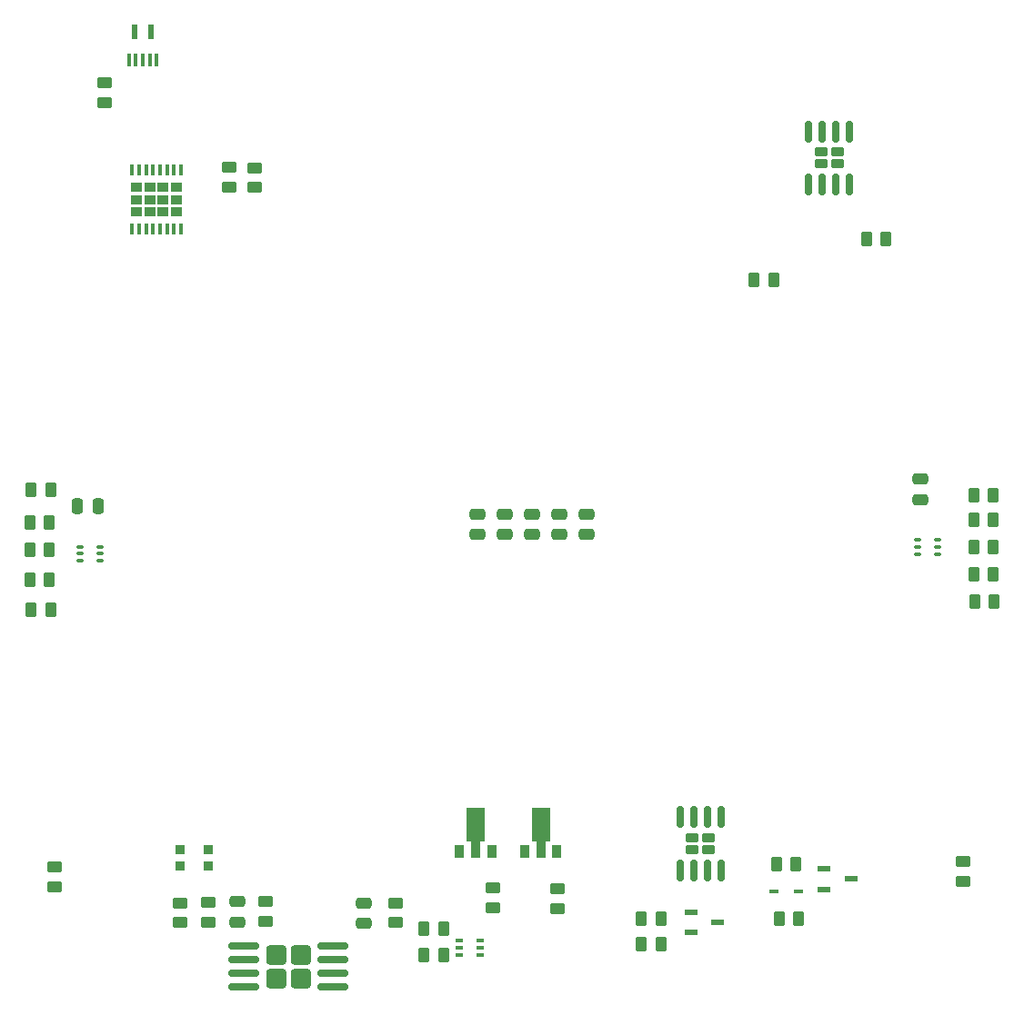
<source format=gbr>
%TF.GenerationSoftware,KiCad,Pcbnew,(7.0.0)*%
%TF.CreationDate,2023-04-14T09:52:48+02:00*%
%TF.ProjectId,EEE3088,45454533-3038-4382-9e6b-696361645f70,Rev_0*%
%TF.SameCoordinates,Original*%
%TF.FileFunction,Paste,Top*%
%TF.FilePolarity,Positive*%
%FSLAX46Y46*%
G04 Gerber Fmt 4.6, Leading zero omitted, Abs format (unit mm)*
G04 Created by KiCad (PCBNEW (7.0.0)) date 2023-04-14 09:52:48*
%MOMM*%
%LPD*%
G01*
G04 APERTURE LIST*
G04 Aperture macros list*
%AMRoundRect*
0 Rectangle with rounded corners*
0 $1 Rounding radius*
0 $2 $3 $4 $5 $6 $7 $8 $9 X,Y pos of 4 corners*
0 Add a 4 corners polygon primitive as box body*
4,1,4,$2,$3,$4,$5,$6,$7,$8,$9,$2,$3,0*
0 Add four circle primitives for the rounded corners*
1,1,$1+$1,$2,$3*
1,1,$1+$1,$4,$5*
1,1,$1+$1,$6,$7*
1,1,$1+$1,$8,$9*
0 Add four rect primitives between the rounded corners*
20,1,$1+$1,$2,$3,$4,$5,0*
20,1,$1+$1,$4,$5,$6,$7,0*
20,1,$1+$1,$6,$7,$8,$9,0*
20,1,$1+$1,$8,$9,$2,$3,0*%
%AMFreePoly0*
4,1,9,3.862500,-0.866500,0.737500,-0.866500,0.737500,-0.450000,-0.737500,-0.450000,-0.737500,0.450000,0.737500,0.450000,0.737500,0.866500,3.862500,0.866500,3.862500,-0.866500,3.862500,-0.866500,$1*%
G04 Aperture macros list end*
%ADD10RoundRect,0.250000X-0.262500X-0.450000X0.262500X-0.450000X0.262500X0.450000X-0.262500X0.450000X0*%
%ADD11RoundRect,0.250000X-0.475000X0.250000X-0.475000X-0.250000X0.475000X-0.250000X0.475000X0.250000X0*%
%ADD12R,1.200000X0.600000*%
%ADD13RoundRect,0.230000X-0.375000X0.230000X-0.375000X-0.230000X0.375000X-0.230000X0.375000X0.230000X0*%
%ADD14RoundRect,0.150000X-0.150000X0.825000X-0.150000X-0.825000X0.150000X-0.825000X0.150000X0.825000X0*%
%ADD15RoundRect,0.250000X0.262500X0.450000X-0.262500X0.450000X-0.262500X-0.450000X0.262500X-0.450000X0*%
%ADD16R,0.950000X0.900000*%
%ADD17RoundRect,0.250000X-0.450000X0.262500X-0.450000X-0.262500X0.450000X-0.262500X0.450000X0.262500X0*%
%ADD18R,0.900000X1.300000*%
%ADD19FreePoly0,90.000000*%
%ADD20R,0.400000X1.250000*%
%ADD21R,0.600000X1.350000*%
%ADD22RoundRect,0.250000X0.250000X0.475000X-0.250000X0.475000X-0.250000X-0.475000X0.250000X-0.475000X0*%
%ADD23R,0.820000X0.460000*%
%ADD24RoundRect,0.250000X0.670000X0.645000X-0.670000X0.645000X-0.670000X-0.645000X0.670000X-0.645000X0*%
%ADD25RoundRect,0.175000X1.250000X0.175000X-1.250000X0.175000X-1.250000X-0.175000X1.250000X-0.175000X0*%
%ADD26RoundRect,0.250000X0.475000X-0.250000X0.475000X0.250000X-0.475000X0.250000X-0.475000X-0.250000X0*%
%ADD27R,1.050000X0.880000*%
%ADD28R,0.450000X1.050000*%
%ADD29RoundRect,0.250000X0.450000X-0.262500X0.450000X0.262500X-0.450000X0.262500X-0.450000X-0.262500X0*%
%ADD30RoundRect,0.075000X-0.250000X-0.075000X0.250000X-0.075000X0.250000X0.075000X-0.250000X0.075000X0*%
%ADD31R,0.650000X0.400000*%
%ADD32RoundRect,0.075000X0.250000X0.075000X-0.250000X0.075000X-0.250000X-0.075000X0.250000X-0.075000X0*%
G04 APERTURE END LIST*
D10*
%TO.C,R30*%
X123571000Y-74918000D03*
X125396000Y-74918000D03*
%TD*%
D11*
%TO.C,C9*%
X100330000Y-96774000D03*
X100330000Y-98674000D03*
%TD*%
D12*
%TO.C,N1*%
X117658999Y-133817999D03*
X117658999Y-135717999D03*
X120158999Y-134767999D03*
%TD*%
D10*
%TO.C,R20*%
X144018000Y-94996000D03*
X145843000Y-94996000D03*
%TD*%
D13*
%TO.C,U6*%
X131306000Y-62992000D03*
X129806000Y-62992000D03*
X131306000Y-64132000D03*
X129806000Y-64132000D03*
D14*
X132461000Y-61087000D03*
X131191000Y-61087000D03*
X129921000Y-61087000D03*
X128651000Y-61087000D03*
X128651000Y-66037000D03*
X129921000Y-66037000D03*
X131191000Y-66037000D03*
X132461000Y-66037000D03*
%TD*%
D15*
%TO.C,R8*%
X114888500Y-134448000D03*
X113063500Y-134448000D03*
%TD*%
%TO.C,R24*%
X145843000Y-97282000D03*
X144018000Y-97282000D03*
%TD*%
D11*
%TO.C,C5*%
X105410000Y-96774000D03*
X105410000Y-98674000D03*
%TD*%
D16*
%TO.C,LED2*%
X72770999Y-129539999D03*
X72770999Y-128039999D03*
%TD*%
D17*
%TO.C,R3*%
X90170000Y-132969000D03*
X90170000Y-134794000D03*
%TD*%
D11*
%TO.C,C8*%
X107950000Y-96774000D03*
X107950000Y-98674000D03*
%TD*%
D10*
%TO.C,R25*%
X56132000Y-102862000D03*
X57957000Y-102862000D03*
%TD*%
%TO.C,R32*%
X92837000Y-135382000D03*
X94662000Y-135382000D03*
%TD*%
%TO.C,R27*%
X56132000Y-100068000D03*
X57957000Y-100068000D03*
%TD*%
D18*
%TO.C,U1*%
X96138999Y-128142999D03*
D19*
X97639000Y-128055500D03*
D18*
X99138999Y-128142999D03*
%TD*%
D17*
%TO.C,R9*%
X105213000Y-131652000D03*
X105213000Y-133477000D03*
%TD*%
D20*
%TO.C,J1*%
X67936999Y-54440999D03*
X67286999Y-54440999D03*
X66636999Y-54440999D03*
X65986999Y-54440999D03*
X65336999Y-54440999D03*
D21*
X65836999Y-51790999D03*
X67436999Y-51790999D03*
%TD*%
D22*
%TO.C,C3*%
X62479000Y-96002000D03*
X60579000Y-96002000D03*
%TD*%
D10*
%TO.C,R33*%
X92837000Y-137795000D03*
X94662000Y-137795000D03*
%TD*%
%TO.C,R23*%
X56132000Y-97528000D03*
X57957000Y-97528000D03*
%TD*%
%TO.C,R18*%
X56235500Y-105656000D03*
X58060500Y-105656000D03*
%TD*%
D23*
%TO.C,Z1*%
X127705999Y-131907999D03*
X125405999Y-131907999D03*
%TD*%
D10*
%TO.C,R2*%
X125636500Y-129368000D03*
X127461500Y-129368000D03*
%TD*%
%TO.C,R19*%
X56235500Y-94480000D03*
X58060500Y-94480000D03*
%TD*%
D24*
%TO.C,U8*%
X81351000Y-140028000D03*
X81351000Y-137808000D03*
X79071000Y-140028000D03*
X79071000Y-137808000D03*
D25*
X84361000Y-140823000D03*
X84361000Y-139553000D03*
X84361000Y-138283000D03*
X84361000Y-137013000D03*
X76061000Y-137013000D03*
X76061000Y-138283000D03*
X76061000Y-139553000D03*
X76061000Y-140823000D03*
%TD*%
D12*
%TO.C,P1*%
X130064999Y-129814999D03*
X130064999Y-131714999D03*
X132564999Y-130764999D03*
%TD*%
D17*
%TO.C,R13*%
X63119000Y-56595000D03*
X63119000Y-58420000D03*
%TD*%
D26*
%TO.C,C4*%
X139065000Y-95377000D03*
X139065000Y-93477000D03*
%TD*%
D16*
%TO.C,LED1*%
X70103999Y-129539999D03*
X70103999Y-128039999D03*
%TD*%
D15*
%TO.C,R4*%
X127692000Y-134448000D03*
X125867000Y-134448000D03*
%TD*%
D27*
%TO.C,U7*%
X69789999Y-66313199D03*
X68539999Y-66313199D03*
X67289999Y-66313199D03*
X66039999Y-66313199D03*
X69789999Y-67446599D03*
X68539999Y-67446599D03*
X67289999Y-67446599D03*
X66039999Y-67446599D03*
X69789999Y-68579999D03*
X68539999Y-68579999D03*
X67289999Y-68579999D03*
X66039999Y-68579999D03*
D28*
X70189999Y-64671599D03*
X69539999Y-64671599D03*
X68889999Y-64671599D03*
X68239999Y-64671599D03*
X67589999Y-64671599D03*
X66939999Y-64671599D03*
X66289999Y-64671599D03*
X65639999Y-64671599D03*
X65639999Y-70221599D03*
X66289999Y-70221599D03*
X66939999Y-70221599D03*
X67589999Y-70221599D03*
X68239999Y-70221599D03*
X68889999Y-70221599D03*
X69539999Y-70221599D03*
X70189999Y-70221599D03*
%TD*%
D17*
%TO.C,R28*%
X77089000Y-64492500D03*
X77089000Y-66317500D03*
%TD*%
D15*
%TO.C,R29*%
X135822000Y-71120000D03*
X133997000Y-71120000D03*
%TD*%
D11*
%TO.C,C7*%
X97790000Y-96774000D03*
X97790000Y-98674000D03*
%TD*%
D26*
%TO.C,C2*%
X75438000Y-134747000D03*
X75438000Y-132847000D03*
%TD*%
D17*
%TO.C,R5*%
X72771000Y-132922000D03*
X72771000Y-134747000D03*
%TD*%
D29*
%TO.C,R11*%
X143002000Y-130937000D03*
X143002000Y-129112000D03*
%TD*%
D26*
%TO.C,C1*%
X87249000Y-134874000D03*
X87249000Y-132974000D03*
%TD*%
D18*
%TO.C,U2*%
X102188999Y-128142999D03*
D19*
X103689000Y-128055500D03*
D18*
X105188999Y-128142999D03*
%TD*%
D30*
%TO.C,U3*%
X138800000Y-99172000D03*
X138800000Y-99822000D03*
X138800000Y-100472000D03*
X140600000Y-100472000D03*
X140600000Y-99822000D03*
X140600000Y-99172000D03*
%TD*%
D11*
%TO.C,C6*%
X102870000Y-96774000D03*
X102870000Y-98674000D03*
%TD*%
D15*
%TO.C,R22*%
X145843000Y-102362000D03*
X144018000Y-102362000D03*
%TD*%
%TO.C,R21*%
X145923000Y-104902000D03*
X144098000Y-104902000D03*
%TD*%
D29*
%TO.C,R1*%
X70104000Y-134794000D03*
X70104000Y-132969000D03*
%TD*%
D31*
%TO.C,Q1*%
X96138999Y-136494999D03*
X96138999Y-137144999D03*
X96138999Y-137794999D03*
X98038999Y-137794999D03*
X98038999Y-137144999D03*
X98038999Y-136494999D03*
%TD*%
D17*
%TO.C,R12*%
X58420000Y-129657000D03*
X58420000Y-131482000D03*
%TD*%
%TO.C,R10*%
X99244000Y-131572000D03*
X99244000Y-133397000D03*
%TD*%
D15*
%TO.C,R7*%
X114888500Y-136861000D03*
X113063500Y-136861000D03*
%TD*%
%TO.C,R26*%
X145843000Y-99822000D03*
X144018000Y-99822000D03*
%TD*%
D13*
%TO.C,U9*%
X119298000Y-126893000D03*
X117798000Y-126893000D03*
X119298000Y-128033000D03*
X117798000Y-128033000D03*
D14*
X120453000Y-124988000D03*
X119183000Y-124988000D03*
X117913000Y-124988000D03*
X116643000Y-124988000D03*
X116643000Y-129938000D03*
X117913000Y-129938000D03*
X119183000Y-129938000D03*
X120453000Y-129938000D03*
%TD*%
D29*
%TO.C,R6*%
X78105000Y-134667000D03*
X78105000Y-132842000D03*
%TD*%
D32*
%TO.C,U4*%
X62624000Y-101095000D03*
X62624000Y-100445000D03*
X62624000Y-99795000D03*
X60824000Y-99795000D03*
X60824000Y-100445000D03*
X60824000Y-101095000D03*
%TD*%
D29*
%TO.C,R31*%
X74676000Y-66294000D03*
X74676000Y-64469000D03*
%TD*%
M02*

</source>
